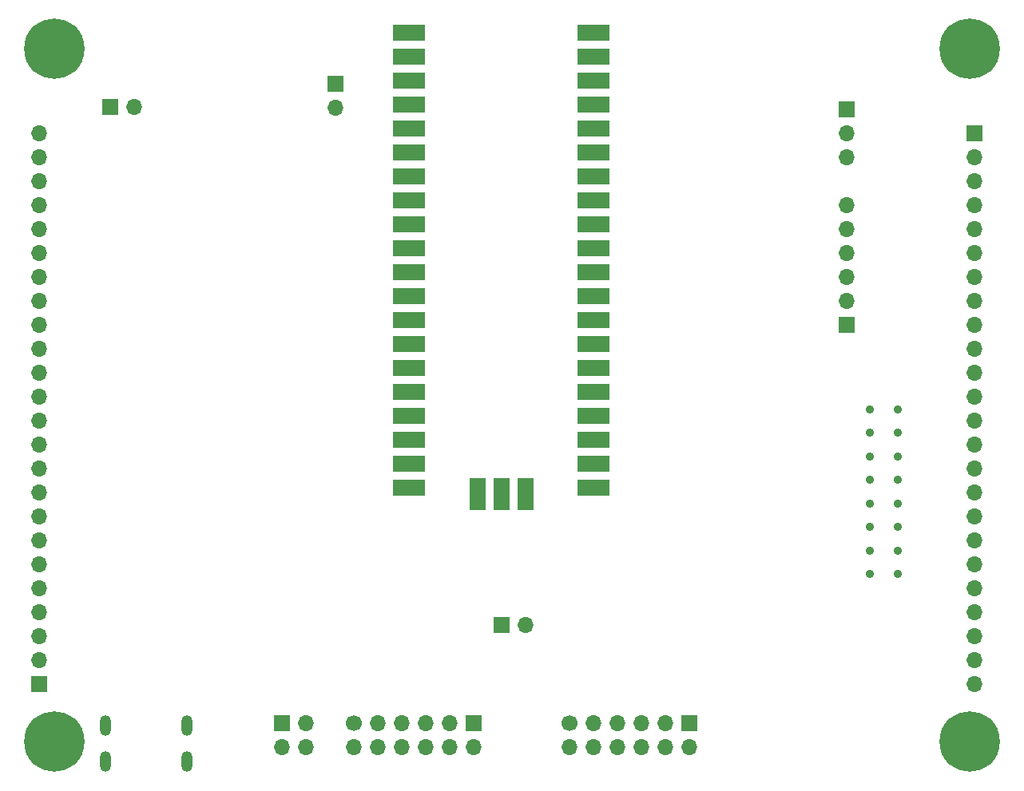
<source format=gbr>
G04 #@! TF.GenerationSoftware,KiCad,Pcbnew,7.0.10-7.0.10~ubuntu22.04.1*
G04 #@! TF.CreationDate,2024-02-20T20:22:53-05:00*
G04 #@! TF.ProjectId,mpw-mb1,6d70772d-6d62-4312-9e6b-696361645f70,2.2.6*
G04 #@! TF.SameCoordinates,PX35e1f20PY8044ea0*
G04 #@! TF.FileFunction,Soldermask,Bot*
G04 #@! TF.FilePolarity,Negative*
%FSLAX46Y46*%
G04 Gerber Fmt 4.6, Leading zero omitted, Abs format (unit mm)*
G04 Created by KiCad (PCBNEW 7.0.10-7.0.10~ubuntu22.04.1) date 2024-02-20 20:22:53*
%MOMM*%
%LPD*%
G01*
G04 APERTURE LIST*
%ADD10C,0.900000*%
%ADD11R,1.700000X1.700000*%
%ADD12O,1.700000X1.700000*%
%ADD13C,6.400000*%
%ADD14C,1.700000*%
%ADD15O,1.204000X2.204000*%
%ADD16R,3.500000X1.700000*%
%ADD17R,1.700000X3.500000*%
G04 APERTURE END LIST*
D10*
G04 #@! TO.C,JP7*
X93145000Y23988570D03*
X90145000Y23988570D03*
G04 #@! TD*
D11*
G04 #@! TO.C,J4*
X9660000Y71100000D03*
D12*
X12200000Y71100000D03*
G04 #@! TD*
D10*
G04 #@! TO.C,JP1*
X93145000Y38988570D03*
X90145000Y38988570D03*
G04 #@! TD*
D13*
G04 #@! TO.C,MT3*
X3750000Y77250000D03*
G04 #@! TD*
D10*
G04 #@! TO.C,JP3*
X93145000Y33988570D03*
X90145000Y33988570D03*
G04 #@! TD*
G04 #@! TO.C,JP8*
X93145000Y21488570D03*
X90145000Y21488570D03*
G04 #@! TD*
D11*
G04 #@! TO.C,J3*
X48200000Y5735000D03*
D12*
X45660000Y5735000D03*
X43120000Y5735000D03*
X40580000Y5735000D03*
X38040000Y5735000D03*
D14*
X35500000Y5735000D03*
D12*
X48200000Y3195000D03*
X45660000Y3195000D03*
X43120000Y3195000D03*
X40580000Y3195000D03*
X38040000Y3195000D03*
X35500000Y3195000D03*
G04 #@! TD*
D11*
G04 #@! TO.C,J8*
X51125000Y16150000D03*
D12*
X53665000Y16150000D03*
G04 #@! TD*
D13*
G04 #@! TO.C,MT4*
X100750000Y77250000D03*
G04 #@! TD*
G04 #@! TO.C,MT2*
X100750000Y3750000D03*
G04 #@! TD*
D11*
G04 #@! TO.C,J5*
X87700000Y70805000D03*
D12*
X87700000Y68265000D03*
X87700000Y65725000D03*
G04 #@! TD*
D11*
G04 #@! TO.C,J10*
X2100000Y9830000D03*
D12*
X2100000Y12370000D03*
X2100000Y14910000D03*
X2100000Y17450000D03*
X2100000Y19990000D03*
X2100000Y22530000D03*
X2100000Y25070000D03*
X2100000Y27610000D03*
X2100000Y30150000D03*
X2100000Y32690000D03*
X2100000Y35230000D03*
X2100000Y37770000D03*
X2100000Y40310000D03*
X2100000Y42850000D03*
X2100000Y45390000D03*
X2100000Y47930000D03*
X2100000Y50470000D03*
X2100000Y53010000D03*
X2100000Y55550000D03*
X2100000Y58090000D03*
X2100000Y60630000D03*
X2100000Y63170000D03*
X2100000Y65710000D03*
X2100000Y68250000D03*
G04 #@! TD*
D10*
G04 #@! TO.C,JP2*
X93145000Y36488570D03*
X90145000Y36488570D03*
G04 #@! TD*
D11*
G04 #@! TO.C,J11*
X101300000Y68260000D03*
D12*
X101300000Y65720000D03*
X101300000Y63180000D03*
X101300000Y60640000D03*
X101300000Y58100000D03*
X101300000Y55560000D03*
X101300000Y53020000D03*
X101300000Y50480000D03*
X101300000Y47940000D03*
X101300000Y45400000D03*
X101300000Y42860000D03*
X101300000Y40320000D03*
X101300000Y37780000D03*
X101300000Y35240000D03*
X101300000Y32700000D03*
X101300000Y30160000D03*
X101300000Y27620000D03*
X101300000Y25080000D03*
X101300000Y22540000D03*
X101300000Y20000000D03*
X101300000Y17460000D03*
X101300000Y14920000D03*
X101300000Y12380000D03*
X101300000Y9840000D03*
G04 #@! TD*
D10*
G04 #@! TO.C,JP5*
X93145000Y28988570D03*
X90145000Y28988570D03*
G04 #@! TD*
G04 #@! TO.C,JP6*
X93145000Y26488570D03*
X90145000Y26488570D03*
G04 #@! TD*
D11*
G04 #@! TO.C,J1*
X87700000Y47960000D03*
D12*
X87700000Y50500000D03*
X87700000Y53040000D03*
X87700000Y55580000D03*
X87700000Y58120000D03*
X87700000Y60660000D03*
G04 #@! TD*
D15*
G04 #@! TO.C,J6*
X9160000Y5400000D03*
X17800000Y5400000D03*
X9160000Y1600000D03*
X17800000Y1600000D03*
G04 #@! TD*
D11*
G04 #@! TO.C,J9*
X71060000Y5735000D03*
D12*
X68520000Y5735000D03*
X65980000Y5735000D03*
X63440000Y5735000D03*
X60900000Y5735000D03*
D14*
X58360000Y5735000D03*
D12*
X71060000Y3195000D03*
X68520000Y3195000D03*
X65980000Y3195000D03*
X63440000Y3195000D03*
X60900000Y3195000D03*
X58360000Y3195000D03*
G04 #@! TD*
D10*
G04 #@! TO.C,JP4*
X93145000Y31488570D03*
X90145000Y31488570D03*
G04 #@! TD*
D11*
G04 #@! TO.C,J12*
X33500000Y73500000D03*
D12*
X33500000Y70960000D03*
G04 #@! TD*
D13*
G04 #@! TO.C,MT1*
X3750000Y3750000D03*
G04 #@! TD*
D11*
G04 #@! TO.C,J2*
X27875000Y5725000D03*
D12*
X30415000Y5725000D03*
X27875000Y3185000D03*
X30415000Y3185000D03*
G04 #@! TD*
D16*
G04 #@! TO.C,U4*
X60900000Y78940000D03*
X60900000Y76400000D03*
X60900000Y73860000D03*
X60900000Y71320000D03*
X60900000Y68780000D03*
X60900000Y66240000D03*
X60900000Y63700000D03*
X60900000Y61160000D03*
X60900000Y58620000D03*
X60900000Y56080000D03*
X60900000Y53540000D03*
X60900000Y51000000D03*
X60900000Y48460000D03*
X60900000Y45920000D03*
X60900000Y43380000D03*
X60900000Y40840000D03*
X60900000Y38300000D03*
X60900000Y35760000D03*
X60900000Y33220000D03*
X60900000Y30680000D03*
X41320000Y30680000D03*
X41320000Y33220000D03*
X41320000Y35760000D03*
X41320000Y38300000D03*
X41320000Y40840000D03*
X41320000Y43380000D03*
X41320000Y45920000D03*
X41320000Y48460000D03*
X41320000Y51000000D03*
X41320000Y53540000D03*
X41320000Y56080000D03*
X41320000Y58620000D03*
X41320000Y61160000D03*
X41320000Y63700000D03*
X41320000Y66240000D03*
X41320000Y68780000D03*
X41320000Y71320000D03*
X41320000Y73860000D03*
X41320000Y76400000D03*
X41320000Y78940000D03*
D17*
X53650000Y30010000D03*
X51110000Y30010000D03*
X48570000Y30010000D03*
G04 #@! TD*
M02*

</source>
